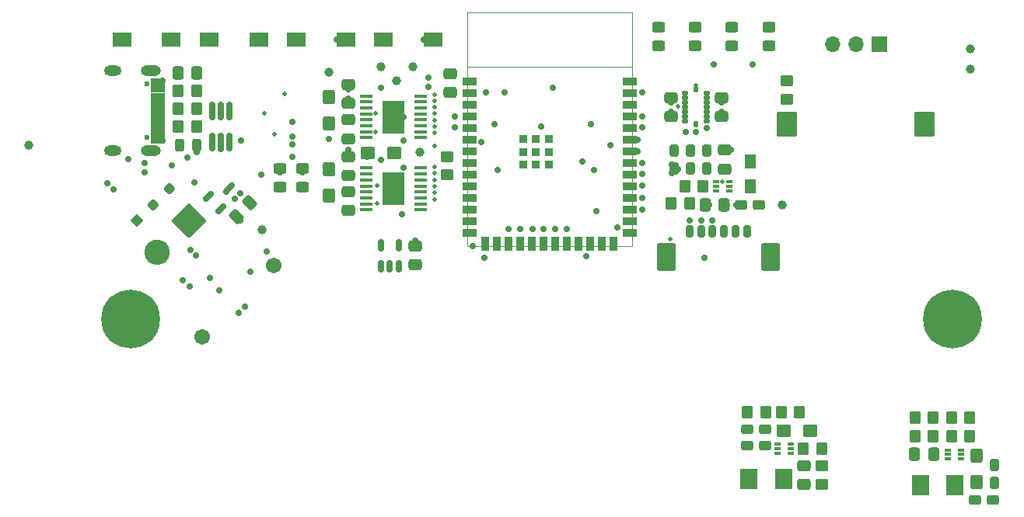
<source format=gts>
G04 #@! TF.GenerationSoftware,KiCad,Pcbnew,9.0.0*
G04 #@! TF.CreationDate,2025-04-15T23:50:37+02:00*
G04 #@! TF.ProjectId,SUMEC_MK_V,53554d45-435f-44d4-9b5f-562e6b696361,v2.1.1*
G04 #@! TF.SameCoordinates,Original*
G04 #@! TF.FileFunction,Soldermask,Top*
G04 #@! TF.FilePolarity,Negative*
%FSLAX46Y46*%
G04 Gerber Fmt 4.6, Leading zero omitted, Abs format (unit mm)*
G04 Created by KiCad (PCBNEW 9.0.0) date 2025-04-15 23:50:37*
%MOMM*%
%LPD*%
G01*
G04 APERTURE LIST*
G04 Aperture macros list*
%AMRoundRect*
0 Rectangle with rounded corners*
0 $1 Rounding radius*
0 $2 $3 $4 $5 $6 $7 $8 $9 X,Y pos of 4 corners*
0 Add a 4 corners polygon primitive as box body*
4,1,4,$2,$3,$4,$5,$6,$7,$8,$9,$2,$3,0*
0 Add four circle primitives for the rounded corners*
1,1,$1+$1,$2,$3*
1,1,$1+$1,$4,$5*
1,1,$1+$1,$6,$7*
1,1,$1+$1,$8,$9*
0 Add four rect primitives between the rounded corners*
20,1,$1+$1,$2,$3,$4,$5,0*
20,1,$1+$1,$4,$5,$6,$7,0*
20,1,$1+$1,$6,$7,$8,$9,0*
20,1,$1+$1,$8,$9,$2,$3,0*%
%AMRotRect*
0 Rectangle, with rotation*
0 The origin of the aperture is its center*
0 $1 length*
0 $2 width*
0 $3 Rotation angle, in degrees counterclockwise*
0 Add horizontal line*
21,1,$1,$2,0,0,$3*%
G04 Aperture macros list end*
%ADD10C,0.010000*%
%ADD11RoundRect,0.250000X0.350000X0.450000X-0.350000X0.450000X-0.350000X-0.450000X0.350000X-0.450000X0*%
%ADD12RoundRect,0.250000X0.400000X0.275000X-0.400000X0.275000X-0.400000X-0.275000X0.400000X-0.275000X0*%
%ADD13RoundRect,0.250000X-0.537500X-0.425000X0.537500X-0.425000X0.537500X0.425000X-0.537500X0.425000X0*%
%ADD14RoundRect,0.250000X0.450000X-0.350000X0.450000X0.350000X-0.450000X0.350000X-0.450000X-0.350000X0*%
%ADD15RoundRect,0.250000X-0.350000X-0.450000X0.350000X-0.450000X0.350000X0.450000X-0.350000X0.450000X0*%
%ADD16R,1.854500X2.286000*%
%ADD17RoundRect,0.087500X0.250000X0.087500X-0.250000X0.087500X-0.250000X-0.087500X0.250000X-0.087500X0*%
%ADD18RoundRect,0.250000X-0.425000X0.537500X-0.425000X-0.537500X0.425000X-0.537500X0.425000X0.537500X0*%
%ADD19RoundRect,0.250000X0.275000X-0.400000X0.275000X0.400000X-0.275000X0.400000X-0.275000X-0.400000X0*%
%ADD20RoundRect,0.250000X-0.400000X-0.275000X0.400000X-0.275000X0.400000X0.275000X-0.400000X0.275000X0*%
%ADD21RoundRect,0.250000X-0.337500X-0.475000X0.337500X-0.475000X0.337500X0.475000X-0.337500X0.475000X0*%
%ADD22RoundRect,0.087500X-0.250000X-0.087500X0.250000X-0.087500X0.250000X0.087500X-0.250000X0.087500X0*%
%ADD23RoundRect,0.250000X0.475000X-0.337500X0.475000X0.337500X-0.475000X0.337500X-0.475000X-0.337500X0*%
%ADD24C,1.000000*%
%ADD25RoundRect,0.200000X-0.200000X-0.450000X0.200000X-0.450000X0.200000X0.450000X-0.200000X0.450000X0*%
%ADD26RoundRect,0.250001X-0.799999X-1.249999X0.799999X-1.249999X0.799999X1.249999X-0.799999X1.249999X0*%
%ADD27C,0.600000*%
%ADD28O,2.204000X1.104000*%
%ADD29O,1.904000X1.104000*%
%ADD30C,2.754000*%
%ADD31RoundRect,0.102000X0.000000X1.803122X-1.803122X0.000000X0.000000X-1.803122X1.803122X0.000000X0*%
%ADD32C,1.712000*%
%ADD33R,1.700000X1.700000*%
%ADD34O,1.700000X1.700000*%
%ADD35RoundRect,0.250000X0.450000X-0.325000X0.450000X0.325000X-0.450000X0.325000X-0.450000X-0.325000X0*%
%ADD36RoundRect,0.250000X-0.475000X0.337500X-0.475000X-0.337500X0.475000X-0.337500X0.475000X0.337500X0*%
%ADD37RoundRect,0.162500X-0.162500X0.837500X-0.162500X-0.837500X0.162500X-0.837500X0.162500X0.837500X0*%
%ADD38R,1.500000X0.900000*%
%ADD39R,0.900000X1.500000*%
%ADD40R,0.900000X0.900000*%
%ADD41R,2.000000X1.600000*%
%ADD42R,1.475000X0.450000*%
%ADD43R,2.460000X3.550000*%
%ADD44RoundRect,0.250000X0.337500X0.475000X-0.337500X0.475000X-0.337500X-0.475000X0.337500X-0.475000X0*%
%ADD45R,1.200000X1.500000*%
%ADD46RoundRect,0.250000X-0.450000X0.325000X-0.450000X-0.325000X0.450000X-0.325000X0.450000X0.325000X0*%
%ADD47RoundRect,0.020000X-0.295000X0.175000X-0.295000X-0.175000X0.295000X-0.175000X0.295000X0.175000X0*%
%ADD48RoundRect,0.020000X-0.175000X0.295000X-0.175000X-0.295000X0.175000X-0.295000X0.175000X0.295000X0*%
%ADD49RoundRect,0.250000X0.097227X-0.574524X0.574524X-0.097227X-0.097227X0.574524X-0.574524X0.097227X0*%
%ADD50RoundRect,0.102000X1.000000X-1.250000X1.000000X1.250000X-1.000000X1.250000X-1.000000X-1.250000X0*%
%ADD51RoundRect,0.250000X-0.450000X0.350000X-0.450000X-0.350000X0.450000X-0.350000X0.450000X0.350000X0*%
%ADD52RoundRect,0.150000X-0.256326X-0.468458X0.468458X0.256326X0.256326X0.468458X-0.468458X-0.256326X0*%
%ADD53RoundRect,0.150000X0.150000X-0.512500X0.150000X0.512500X-0.150000X0.512500X-0.150000X-0.512500X0*%
%ADD54RotRect,1.000000X1.000000X135.000000*%
%ADD55RoundRect,0.250000X0.353553X0.000000X0.000000X0.353553X-0.353553X0.000000X0.000000X-0.353553X0*%
%ADD56C,0.800000*%
%ADD57C,6.400000*%
%ADD58RoundRect,0.243750X0.243750X0.456250X-0.243750X0.456250X-0.243750X-0.456250X0.243750X-0.456250X0*%
%ADD59C,0.500000*%
%ADD60C,0.700000*%
%ADD61C,0.120000*%
G04 APERTURE END LIST*
D10*
X89650000Y-57150000D02*
X88210000Y-57150000D01*
X88210000Y-56450000D01*
X89650000Y-56450000D01*
X89650000Y-57150000D01*
G36*
X89650000Y-57150000D02*
G01*
X88210000Y-57150000D01*
X88210000Y-56450000D01*
X89650000Y-56450000D01*
X89650000Y-57150000D01*
G37*
X89650000Y-57950000D02*
X88210000Y-57950000D01*
X88210000Y-57250000D01*
X89650000Y-57250000D01*
X89650000Y-57950000D01*
G36*
X89650000Y-57950000D02*
G01*
X88210000Y-57950000D01*
X88210000Y-57250000D01*
X89650000Y-57250000D01*
X89650000Y-57950000D01*
G37*
X89650000Y-58450000D02*
X88210000Y-58450000D01*
X88210000Y-58050000D01*
X89650000Y-58050000D01*
X89650000Y-58450000D01*
G36*
X89650000Y-58450000D02*
G01*
X88210000Y-58450000D01*
X88210000Y-58050000D01*
X89650000Y-58050000D01*
X89650000Y-58450000D01*
G37*
X89650000Y-58950000D02*
X88210000Y-58950000D01*
X88210000Y-58550000D01*
X89650000Y-58550000D01*
X89650000Y-58950000D01*
G36*
X89650000Y-58950000D02*
G01*
X88210000Y-58950000D01*
X88210000Y-58550000D01*
X89650000Y-58550000D01*
X89650000Y-58950000D01*
G37*
X89650000Y-59450000D02*
X88210000Y-59450000D01*
X88210000Y-59050000D01*
X89650000Y-59050000D01*
X89650000Y-59450000D01*
G36*
X89650000Y-59450000D02*
G01*
X88210000Y-59450000D01*
X88210000Y-59050000D01*
X89650000Y-59050000D01*
X89650000Y-59450000D01*
G37*
X89650000Y-59950000D02*
X88210000Y-59950000D01*
X88210000Y-59550000D01*
X89650000Y-59550000D01*
X89650000Y-59950000D01*
G36*
X89650000Y-59950000D02*
G01*
X88210000Y-59950000D01*
X88210000Y-59550000D01*
X89650000Y-59550000D01*
X89650000Y-59950000D01*
G37*
X89650000Y-60450000D02*
X88210000Y-60450000D01*
X88210000Y-60050000D01*
X89650000Y-60050000D01*
X89650000Y-60450000D01*
G36*
X89650000Y-60450000D02*
G01*
X88210000Y-60450000D01*
X88210000Y-60050000D01*
X89650000Y-60050000D01*
X89650000Y-60450000D01*
G37*
X89650000Y-60950000D02*
X88210000Y-60950000D01*
X88210000Y-60550000D01*
X89650000Y-60550000D01*
X89650000Y-60950000D01*
G36*
X89650000Y-60950000D02*
G01*
X88210000Y-60950000D01*
X88210000Y-60550000D01*
X89650000Y-60550000D01*
X89650000Y-60950000D01*
G37*
X89650000Y-61450000D02*
X88210000Y-61450000D01*
X88210000Y-61050000D01*
X89650000Y-61050000D01*
X89650000Y-61450000D01*
G36*
X89650000Y-61450000D02*
G01*
X88210000Y-61450000D01*
X88210000Y-61050000D01*
X89650000Y-61050000D01*
X89650000Y-61450000D01*
G37*
X89650000Y-61950000D02*
X88210000Y-61950000D01*
X88210000Y-61550000D01*
X89650000Y-61550000D01*
X89650000Y-61950000D01*
G36*
X89650000Y-61950000D02*
G01*
X88210000Y-61950000D01*
X88210000Y-61550000D01*
X89650000Y-61550000D01*
X89650000Y-61950000D01*
G37*
X89650000Y-62750000D02*
X88210000Y-62750000D01*
X88210000Y-62050000D01*
X89650000Y-62050000D01*
X89650000Y-62750000D01*
G36*
X89650000Y-62750000D02*
G01*
X88210000Y-62750000D01*
X88210000Y-62050000D01*
X89650000Y-62050000D01*
X89650000Y-62750000D01*
G37*
X89650000Y-63550000D02*
X88210000Y-63550000D01*
X88210000Y-62850000D01*
X89650000Y-62850000D01*
X89650000Y-63550000D01*
G36*
X89650000Y-63550000D02*
G01*
X88210000Y-63550000D01*
X88210000Y-62850000D01*
X89650000Y-62850000D01*
X89650000Y-63550000D01*
G37*
D11*
X158850000Y-92900000D03*
X156850000Y-92900000D03*
X155150000Y-92900000D03*
X153150000Y-92900000D03*
D12*
X153125000Y-94750000D03*
X155075000Y-94750000D03*
X155075000Y-96550000D03*
X153125000Y-96550000D03*
D13*
X157112500Y-94900000D03*
X159987500Y-94900000D03*
D14*
X161300000Y-100750000D03*
X161300000Y-98750000D03*
D15*
X159250000Y-96900000D03*
X161250000Y-96900000D03*
D16*
X175804750Y-100827375D03*
X172020250Y-100827375D03*
D17*
X176425000Y-98000000D03*
X176425000Y-97500000D03*
X176425000Y-97000000D03*
X175000000Y-97000000D03*
X175000000Y-97500000D03*
X175000000Y-98000000D03*
D18*
X178112500Y-100487500D03*
X178112500Y-97612500D03*
D19*
X180112500Y-100625000D03*
X180112500Y-98675000D03*
D15*
X175412500Y-95500000D03*
X177412500Y-95500000D03*
D20*
X177962500Y-102450000D03*
X179912500Y-102450000D03*
D21*
X171375000Y-97450000D03*
X173450000Y-97450000D03*
D11*
X173412500Y-93500000D03*
X171412500Y-93500000D03*
X177412500Y-93500000D03*
X175412500Y-93500000D03*
D15*
X171412500Y-95500000D03*
X173412500Y-95500000D03*
D22*
X156475000Y-96400000D03*
X156475000Y-96900000D03*
X156475000Y-97400000D03*
X157900000Y-97400000D03*
X157900000Y-96900000D03*
X157900000Y-96400000D03*
D23*
X159350000Y-100787500D03*
X159350000Y-98712500D03*
D16*
X157142250Y-100200000D03*
X153357750Y-100200000D03*
D24*
X74950000Y-63758000D03*
D25*
X146875000Y-73200000D03*
X148125000Y-73200000D03*
X149375000Y-73200000D03*
X150625000Y-73200000D03*
X151875000Y-73200000D03*
X153125000Y-73200000D03*
D26*
X144325000Y-75950000D03*
X155675000Y-75950000D03*
D27*
X87760000Y-57110000D03*
X87760000Y-62890000D03*
D28*
X88250000Y-55675000D03*
X88250000Y-64325000D03*
D29*
X84080000Y-55675000D03*
X84080000Y-64325000D03*
D30*
X88855969Y-75483957D03*
D31*
X92391503Y-71948423D03*
D32*
X93805717Y-84676345D03*
X101583891Y-76898171D03*
D33*
X167525000Y-52750000D03*
D34*
X164985000Y-52750000D03*
X162445000Y-52750000D03*
D23*
X109750000Y-63062500D03*
X109750000Y-60987500D03*
D35*
X102250000Y-68325000D03*
X102250000Y-66275000D03*
D36*
X109700000Y-65000000D03*
X109700000Y-67075000D03*
D37*
X96780000Y-59998000D03*
X95830000Y-59998000D03*
X94880000Y-59998000D03*
X94880000Y-63418000D03*
X95830000Y-63418000D03*
X96780000Y-63418000D03*
D38*
X122900000Y-56780000D03*
X122900000Y-58050000D03*
X122900000Y-59320000D03*
X122900000Y-60590000D03*
X122900000Y-61860000D03*
X122900000Y-63130000D03*
X122900000Y-64400000D03*
X122900000Y-65670000D03*
X122900000Y-66940000D03*
X122900000Y-68210000D03*
X122900000Y-69480000D03*
X122900000Y-70750000D03*
X122900000Y-72020000D03*
X122900000Y-73290000D03*
D39*
X124665000Y-74540000D03*
X125935000Y-74540000D03*
X127205000Y-74540000D03*
X128475000Y-74540000D03*
X129745000Y-74540000D03*
X131015000Y-74540000D03*
X132285000Y-74540000D03*
X133555000Y-74540000D03*
X134825000Y-74540000D03*
X136095000Y-74540000D03*
X137365000Y-74540000D03*
X138635000Y-74540000D03*
D38*
X140400000Y-73290000D03*
X140400000Y-72020000D03*
X140400000Y-70750000D03*
X140400000Y-69480000D03*
X140400000Y-68210000D03*
X140400000Y-66940000D03*
X140400000Y-65670000D03*
X140400000Y-64400000D03*
X140400000Y-63130000D03*
X140400000Y-61860000D03*
X140400000Y-60590000D03*
X140400000Y-59320000D03*
X140400000Y-58050000D03*
X140400000Y-56780000D03*
D40*
X128750000Y-63100000D03*
X128750000Y-64500000D03*
X128750000Y-65900000D03*
X128750000Y-65900000D03*
X130150000Y-63100000D03*
X130150000Y-63100000D03*
X130150000Y-64500000D03*
X130150000Y-65900000D03*
X131550000Y-63100000D03*
X131550000Y-64500000D03*
X131550000Y-65900000D03*
D14*
X120500000Y-67000000D03*
X120500000Y-65000000D03*
D41*
X113550000Y-52250000D03*
X118950000Y-52250000D03*
D24*
X100350000Y-73000000D03*
X157000000Y-70250000D03*
X177500000Y-55500000D03*
D42*
X117588000Y-62950000D03*
X117588000Y-62300000D03*
X117588000Y-61650000D03*
X117588000Y-61000000D03*
X117588000Y-60350000D03*
X117588000Y-59700000D03*
X117588000Y-59050000D03*
X117588000Y-58400000D03*
X111712000Y-58400000D03*
X111712000Y-59050000D03*
X111712000Y-59700000D03*
X111712000Y-60350000D03*
X111712000Y-61000000D03*
X111712000Y-61650000D03*
X111712000Y-62300000D03*
X111712000Y-62950000D03*
D43*
X114650000Y-60675000D03*
D44*
X93217500Y-55850000D03*
X91142500Y-55850000D03*
D36*
X117000000Y-74762500D03*
X117000000Y-76837500D03*
D45*
X153462500Y-68250000D03*
X153462500Y-65550000D03*
D46*
X147500000Y-50875000D03*
X147500000Y-52925000D03*
D23*
X150337500Y-60637500D03*
X150337500Y-58562500D03*
D47*
X148752500Y-58100000D03*
X148752500Y-58600000D03*
X148752500Y-59100000D03*
X148752500Y-59600000D03*
X148752500Y-60100000D03*
X148752500Y-60600000D03*
X148752500Y-61100000D03*
D48*
X147587500Y-61515000D03*
D47*
X146422500Y-61100000D03*
X146422500Y-60600000D03*
X146422500Y-60100000D03*
X146422500Y-59600000D03*
X146422500Y-59100000D03*
X146422500Y-58600000D03*
X146422500Y-58100000D03*
D48*
X147587500Y-57685000D03*
D49*
X97516377Y-71533623D03*
X98983623Y-70066377D03*
D24*
X117500000Y-64500000D03*
X113250000Y-55250000D03*
D15*
X146362500Y-68250000D03*
X148362500Y-68250000D03*
D36*
X109750000Y-57137500D03*
X109750000Y-59212500D03*
D50*
X157500000Y-61500000D03*
X172500000Y-61500000D03*
D24*
X115000000Y-56750000D03*
D51*
X157500000Y-56750000D03*
X157500000Y-58750000D03*
D46*
X155500000Y-50875000D03*
X155500000Y-52925000D03*
D18*
X107650000Y-66387500D03*
X107650000Y-69262500D03*
D42*
X117564000Y-70811500D03*
X117564000Y-70161500D03*
X117564000Y-69511500D03*
X117564000Y-68861500D03*
X117564000Y-68211500D03*
X117564000Y-67561500D03*
X117564000Y-66911500D03*
X117564000Y-66261500D03*
X111688000Y-66261500D03*
X111688000Y-66911500D03*
X111688000Y-67561500D03*
X111688000Y-68211500D03*
X111688000Y-68861500D03*
X111688000Y-69511500D03*
X111688000Y-70161500D03*
X111688000Y-70811500D03*
D43*
X114626000Y-68536500D03*
D52*
X94523915Y-69382583D03*
X95867417Y-70726085D03*
X96804334Y-68445666D03*
D15*
X91180000Y-57850000D03*
X93180000Y-57850000D03*
D53*
X113300000Y-76937500D03*
X114250000Y-76937500D03*
X115200000Y-76937500D03*
X115200000Y-74662500D03*
X113300000Y-74662500D03*
D35*
X104750000Y-68325000D03*
X104750000Y-66275000D03*
D36*
X144837500Y-58562500D03*
X144837500Y-60637500D03*
D54*
X86732233Y-72017767D03*
D55*
X88500000Y-70250000D03*
X90267767Y-68482233D03*
D44*
X150650000Y-70250000D03*
X148575000Y-70250000D03*
D24*
X177500000Y-53250000D03*
D41*
X104050000Y-52250000D03*
X109450000Y-52250000D03*
D11*
X146862500Y-70150000D03*
X144862500Y-70150000D03*
D18*
X107650000Y-58525000D03*
X107650000Y-61400000D03*
D46*
X143500000Y-50875000D03*
X143500000Y-52925000D03*
D56*
X83600000Y-82750000D03*
X84302944Y-81052944D03*
X84302944Y-84447056D03*
X86000000Y-80350000D03*
D57*
X86000000Y-82750000D03*
D56*
X86000000Y-85150000D03*
X87697056Y-81052944D03*
X87697056Y-84447056D03*
X88400000Y-82750000D03*
X173100000Y-82750000D03*
X173802944Y-81052944D03*
X173802944Y-84447056D03*
X175500000Y-80350000D03*
D57*
X175500000Y-82750000D03*
D56*
X175500000Y-85150000D03*
X177197056Y-81052944D03*
X177197056Y-84447056D03*
X177900000Y-82750000D03*
D24*
X116750000Y-55250000D03*
D23*
X109700000Y-70887500D03*
X109700000Y-68812500D03*
D24*
X107650000Y-55800000D03*
D13*
X111812500Y-64600000D03*
X114687500Y-64600000D03*
D19*
X145162500Y-66325000D03*
X145162500Y-64375000D03*
D46*
X151500000Y-50875000D03*
X151500000Y-52925000D03*
D19*
X146962500Y-66325000D03*
X146962500Y-64375000D03*
D15*
X91200000Y-59758000D03*
X93200000Y-59758000D03*
D41*
X85050000Y-52250000D03*
X90450000Y-52250000D03*
D15*
X91200000Y-61758000D03*
X93200000Y-61758000D03*
D23*
X120850000Y-58037500D03*
X120850000Y-55962500D03*
D58*
X93187500Y-63758000D03*
X91312500Y-63758000D03*
D23*
X150662500Y-66387500D03*
X150662500Y-64312500D03*
D41*
X94550000Y-52250000D03*
X99950000Y-52250000D03*
D19*
X148762500Y-66325000D03*
X148762500Y-64375000D03*
D20*
X152487500Y-70250000D03*
X154437500Y-70250000D03*
D17*
X151175000Y-68750000D03*
X151175000Y-68250000D03*
X151175000Y-67750000D03*
X149750000Y-67750000D03*
X149750000Y-68250000D03*
X149750000Y-68750000D03*
D59*
X101650000Y-62600000D03*
X100554369Y-60277375D03*
D60*
X107650000Y-63050000D03*
X145162500Y-64375000D03*
X103650000Y-61250000D03*
X91701472Y-78487258D03*
X90500000Y-66000000D03*
X151350000Y-64300000D03*
X136750000Y-71000000D03*
X115750000Y-60750000D03*
X123250000Y-74750000D03*
X118450000Y-56425000D03*
X150350000Y-60100000D03*
X149000000Y-70250000D03*
X89492500Y-56749998D03*
D59*
X112850000Y-70150000D03*
D60*
X115750000Y-66250000D03*
X98000000Y-63250000D03*
X109750000Y-64300000D03*
X85742500Y-65250000D03*
X89492500Y-63250000D03*
X109750000Y-57700000D03*
X136105000Y-61500000D03*
D59*
X102750000Y-58200000D03*
D60*
X100250000Y-67000000D03*
D59*
X112700000Y-62300000D03*
D60*
X100852298Y-75352298D03*
X132000000Y-57500000D03*
X94695416Y-78259927D03*
X148500000Y-76000000D03*
X126000000Y-66500000D03*
X144850000Y-59100000D03*
X130750000Y-61750000D03*
X92450000Y-79200000D03*
X144962500Y-66850000D03*
X145661500Y-66350000D03*
D59*
X119150000Y-60325000D03*
D60*
X148752500Y-61900000D03*
X177500000Y-55500000D03*
X118450000Y-57400000D03*
X144850000Y-60100000D03*
X144962500Y-65850000D03*
X124750000Y-58000000D03*
D59*
X119126000Y-68261488D03*
D60*
X117000000Y-74150000D03*
X138250000Y-63750000D03*
D59*
X119150000Y-63825015D03*
X144750000Y-74000000D03*
D60*
X135621109Y-75839482D03*
X111750000Y-65000000D03*
X150350000Y-59100000D03*
X124500000Y-76050000D03*
X97350000Y-69600000D03*
X97950000Y-69000000D03*
X146897702Y-72000000D03*
X151000000Y-70250000D03*
X152000000Y-70250000D03*
X157000000Y-70250000D03*
X103650000Y-63700000D03*
X87550000Y-65700000D03*
X87550000Y-66700000D03*
X109750000Y-58700000D03*
X103650000Y-62800000D03*
X109426000Y-67261500D03*
X107750000Y-66500000D03*
X92234314Y-65134314D03*
D59*
X112700000Y-60299997D03*
X112850000Y-68200000D03*
D60*
X92950000Y-67800000D03*
X95850000Y-64200000D03*
X97950000Y-72000000D03*
X93187500Y-64500000D03*
X108450000Y-52250000D03*
X122500000Y-59320000D03*
X139013796Y-72743707D03*
X117950000Y-52250000D03*
X96402038Y-68831162D03*
X122750000Y-69480000D03*
X113250000Y-65354297D03*
D59*
X119126000Y-69661494D03*
X119150000Y-61725006D03*
D60*
X122750000Y-70750000D03*
D59*
X119150000Y-61025003D03*
X119126000Y-68961491D03*
X119150000Y-58924994D03*
X119150000Y-59624997D03*
X119126000Y-66111497D03*
D60*
X125650000Y-61500000D03*
X124200002Y-63400000D03*
X115750000Y-63250000D03*
D59*
X119126000Y-66811500D03*
X119150000Y-62425009D03*
D60*
X115000000Y-56750000D03*
X136500000Y-66500000D03*
D59*
X119150000Y-58224991D03*
D60*
X135250000Y-65500000D03*
X113250000Y-57500000D03*
X115550000Y-71300000D03*
D59*
X119126000Y-67561500D03*
D60*
X132250000Y-72900000D03*
X133550000Y-72900000D03*
X98452493Y-81395014D03*
X115250000Y-77000000D03*
X146450000Y-62300000D03*
X148125000Y-72000000D03*
X141250000Y-63130000D03*
X113250000Y-77000000D03*
X149375000Y-72000000D03*
X147550000Y-62300000D03*
X97798577Y-82067887D03*
X141250000Y-64400000D03*
X126750000Y-58000000D03*
X131000000Y-72900000D03*
X129750000Y-72900000D03*
X177500000Y-53250000D03*
X141750000Y-69500000D03*
X141750000Y-68200000D03*
X128450000Y-72900000D03*
X103650000Y-65000000D03*
X93101472Y-75787258D03*
X99051472Y-77587258D03*
X92501472Y-75187258D03*
X84150000Y-68600000D03*
X83450000Y-67900000D03*
X127205000Y-72900000D03*
X95650000Y-79600000D03*
X141750000Y-60600000D03*
X141750000Y-66900000D03*
D59*
X147587500Y-57250000D03*
D60*
X141750000Y-65700000D03*
D59*
X145652104Y-59525000D03*
D60*
X151500000Y-52925000D03*
X147500000Y-52925000D03*
X155500000Y-52900000D03*
X102250000Y-66750000D03*
X104750000Y-66750000D03*
X141750000Y-58000000D03*
X121350000Y-61850000D03*
X90500000Y-52250000D03*
X99950000Y-52250000D03*
X121350000Y-60600000D03*
X143500000Y-52925000D03*
X149500000Y-55000000D03*
X141750000Y-61800000D03*
X141750000Y-70800000D03*
X153750000Y-55000000D03*
D59*
X150450000Y-67750000D03*
D61*
X122650000Y-49290000D02*
X140650000Y-49290000D01*
X122650000Y-55230000D02*
X140650000Y-55230000D01*
X122650000Y-74790000D02*
X122650000Y-49290000D01*
X140650000Y-49290000D02*
X140650000Y-74790000D01*
X140650000Y-74790000D02*
X122650000Y-74790000D01*
M02*

</source>
